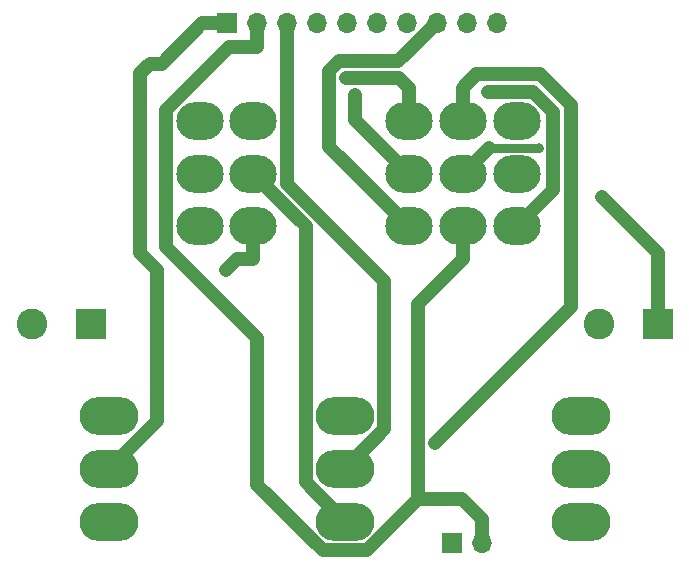
<source format=gtl>
G04 #@! TF.GenerationSoftware,KiCad,Pcbnew,5.1.10*
G04 #@! TF.CreationDate,2021-07-21T04:31:39-05:00*
G04 #@! TF.ProjectId,Power Board,506f7765-7220-4426-9f61-72642e6b6963,rev?*
G04 #@! TF.SameCoordinates,Original*
G04 #@! TF.FileFunction,Copper,L1,Top*
G04 #@! TF.FilePolarity,Positive*
%FSLAX46Y46*%
G04 Gerber Fmt 4.6, Leading zero omitted, Abs format (unit mm)*
G04 Created by KiCad (PCBNEW 5.1.10) date 2021-07-21 04:31:39*
%MOMM*%
%LPD*%
G01*
G04 APERTURE LIST*
G04 #@! TA.AperFunction,ComponentPad*
%ADD10C,2.600000*%
G04 #@! TD*
G04 #@! TA.AperFunction,ComponentPad*
%ADD11R,2.600000X2.600000*%
G04 #@! TD*
G04 #@! TA.AperFunction,ComponentPad*
%ADD12O,5.000000X3.200000*%
G04 #@! TD*
G04 #@! TA.AperFunction,ComponentPad*
%ADD13O,4.000000X3.200000*%
G04 #@! TD*
G04 #@! TA.AperFunction,ComponentPad*
%ADD14O,1.700000X1.700000*%
G04 #@! TD*
G04 #@! TA.AperFunction,ComponentPad*
%ADD15R,1.700000X1.700000*%
G04 #@! TD*
G04 #@! TA.AperFunction,ViaPad*
%ADD16C,0.800000*%
G04 #@! TD*
G04 #@! TA.AperFunction,Conductor*
%ADD17C,1.200000*%
G04 #@! TD*
G04 #@! TA.AperFunction,Conductor*
%ADD18C,0.800000*%
G04 #@! TD*
G04 APERTURE END LIST*
D10*
X41000000Y-158250000D03*
D11*
X46000000Y-158250000D03*
D12*
X47500000Y-166050000D03*
X47500000Y-170500000D03*
X47500000Y-174950000D03*
D13*
X59750000Y-141050000D03*
X59750000Y-149950000D03*
X59750000Y-145500000D03*
X55250000Y-149950000D03*
X55250000Y-145500000D03*
X55250000Y-141050000D03*
D10*
X89000000Y-158250000D03*
D11*
X94000000Y-158250000D03*
D14*
X80360000Y-132750000D03*
X77820000Y-132750000D03*
X75280000Y-132750000D03*
X72740000Y-132750000D03*
X70200000Y-132750000D03*
X67660000Y-132750000D03*
X65120000Y-132750000D03*
X62580000Y-132750000D03*
X60040000Y-132750000D03*
D15*
X57500000Y-132750000D03*
D12*
X67500000Y-166050000D03*
X67500000Y-170500000D03*
X67500000Y-174950000D03*
X87500000Y-166050000D03*
X87500000Y-170500000D03*
X87500000Y-174950000D03*
D13*
X72900000Y-149950000D03*
X72900000Y-141050000D03*
X72900000Y-145500000D03*
X77500000Y-141050000D03*
X77500000Y-145500000D03*
X77500000Y-149950000D03*
X82100000Y-149950000D03*
X82100000Y-141050000D03*
X82100000Y-145500000D03*
D14*
X79108000Y-176750000D03*
D15*
X76568000Y-176750000D03*
D16*
X79617700Y-138553700D03*
X67631900Y-137400900D03*
X68363100Y-138801200D03*
X75148900Y-168267100D03*
X89250000Y-147500000D03*
X83950000Y-143300000D03*
X57477800Y-153665000D03*
D17*
X60040000Y-132750000D02*
X60040000Y-134800000D01*
X60065200Y-159414900D02*
X60065200Y-171829700D01*
X52387900Y-151737600D02*
X60065200Y-159414900D01*
X52387900Y-140100600D02*
X52387900Y-151737600D01*
X57688500Y-134800000D02*
X52387900Y-140100600D01*
X60040000Y-134800000D02*
X57688500Y-134800000D01*
X73704300Y-156545700D02*
X77500000Y-152750000D01*
X73704300Y-173053700D02*
X73704300Y-156545700D01*
X60065200Y-171829700D02*
X65618700Y-177383200D01*
X77500000Y-149950000D02*
X77500000Y-152750000D01*
X77461700Y-173053700D02*
X79108000Y-174700000D01*
X73704300Y-173053700D02*
X77461700Y-173053700D01*
X69374800Y-177383200D02*
X73704300Y-173053700D01*
X65618700Y-177383200D02*
X69374800Y-177383200D01*
X79108000Y-176750000D02*
X79108000Y-174700000D01*
X85171100Y-146878900D02*
X82100000Y-149950000D01*
X85171100Y-140297700D02*
X85171100Y-146878900D01*
X83427100Y-138553700D02*
X85171100Y-140297700D01*
X79617700Y-138553700D02*
X83427100Y-138553700D01*
X67500000Y-174950000D02*
X64189100Y-171639100D01*
X67631900Y-137400900D02*
X72050900Y-137400900D01*
X72900000Y-141050000D02*
X72900000Y-138250000D01*
X64189100Y-149939100D02*
X59750000Y-145500000D01*
X64189100Y-171639100D02*
X64189100Y-149939100D01*
X72050900Y-137400900D02*
X72900000Y-138250000D01*
X68363100Y-140963100D02*
X68363100Y-138801200D01*
X72900000Y-145500000D02*
X68363100Y-140963100D01*
X77500000Y-141050000D02*
X77500000Y-138250000D01*
X86646500Y-156769500D02*
X75148900Y-168267100D01*
X86646500Y-139716200D02*
X86646500Y-156769500D01*
X84028100Y-137097800D02*
X86646500Y-139716200D01*
X78652200Y-137097800D02*
X84028100Y-137097800D01*
X77500000Y-138250000D02*
X78652200Y-137097800D01*
D18*
X79700000Y-143300000D02*
X83950000Y-143300000D01*
D17*
X77500000Y-145500000D02*
X79700000Y-143300000D01*
X94000000Y-152250000D02*
X94000000Y-158250000D01*
X89250000Y-147500000D02*
X94000000Y-152250000D01*
D18*
X83950000Y-143300000D02*
X83950000Y-143300000D01*
D17*
X66205100Y-143255100D02*
X72900000Y-149950000D01*
X66205100Y-136832600D02*
X66205100Y-143255100D01*
X67040900Y-135996800D02*
X66205100Y-136832600D01*
X72033200Y-135996800D02*
X67040900Y-135996800D01*
X75280000Y-132750000D02*
X72033200Y-135996800D01*
X57500000Y-132750000D02*
X55450000Y-132750000D01*
X51020300Y-136189700D02*
X50200000Y-137010000D01*
X51600300Y-166399700D02*
X47500000Y-170500000D01*
X50200000Y-152230300D02*
X51600300Y-153630600D01*
X51600300Y-153630600D02*
X51600300Y-166399700D01*
X52010300Y-136189700D02*
X51020300Y-136189700D01*
X55450000Y-132750000D02*
X52010300Y-136189700D01*
X50200000Y-137010000D02*
X50200000Y-152230300D01*
X70848400Y-167151600D02*
X70848400Y-154617900D01*
X67500000Y-170500000D02*
X70848400Y-167151600D01*
X70848400Y-154617900D02*
X62580000Y-146349500D01*
X62580000Y-146349500D02*
X62580000Y-132750000D01*
X59750000Y-152750000D02*
X58392800Y-152750000D01*
X59750000Y-149950000D02*
X59750000Y-152750000D01*
X58392800Y-152750000D02*
X57477800Y-153665000D01*
M02*

</source>
